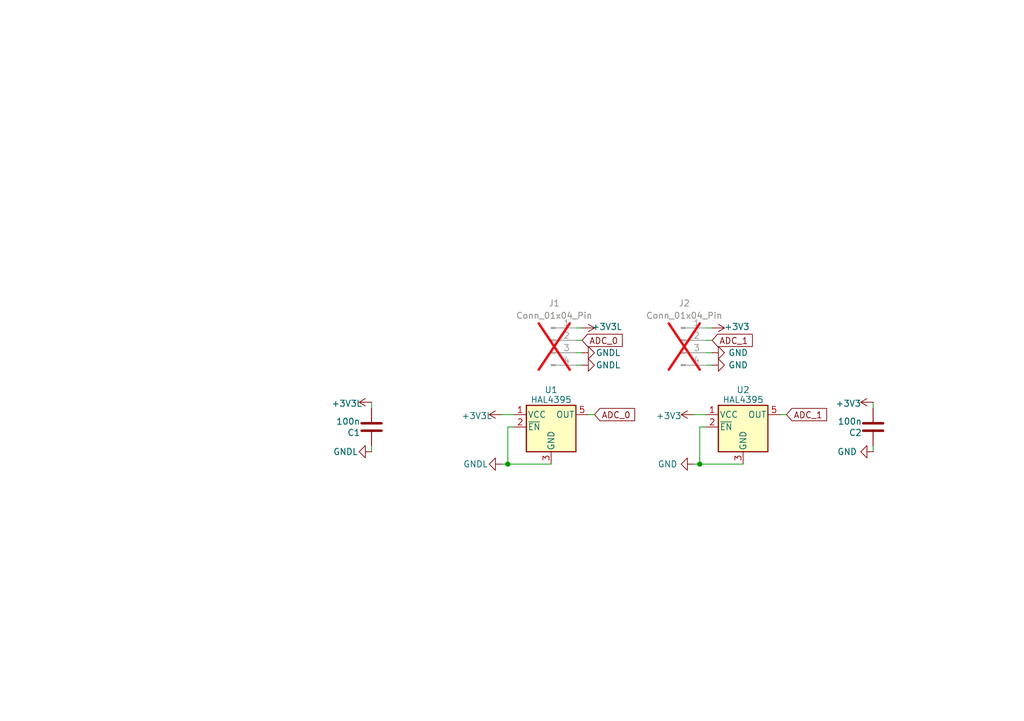
<source format=kicad_sch>
(kicad_sch (version 20250114) (generator "eeschema") (generator_version "9.0")
  (paper "A5")
  (title_block (title "GCU Hall Trigger") (date "2025-05-17") (company "Hand Held Legend, LLC"))
  (lib_symbols
    (symbol "Connector:Conn_01x04_Pin" (pin_names (offset 1.016) (hide yes))
      (property "Reference" "J" (at 0 5.08 0))
      (property "Value" "Conn_01x04_Pin" (at 0 -7.62 0))
      (symbol "Conn_01x04_Pin_1_1"
        (rectangle (start 0.8636 2.667) (end 0 2.413) (stroke (width 0.1524)) (fill (type outline)))
        (rectangle (start 0.8636 0.127) (end 0 -0.127) (stroke (width 0.1524)) (fill (type outline)))
        (rectangle (start 0.8636 -2.413) (end 0 -2.667) (stroke (width 0.1524)) (fill (type outline)))
        (rectangle (start 0.8636 -4.953) (end 0 -5.207) (stroke (width 0.1524)) (fill (type outline)))
        (polyline (pts (xy 1.27 2.54) (xy 0.8636 2.54)) (stroke (width 0.1524)))
        (polyline (pts (xy 1.27 0) (xy 0.8636 0)) (stroke (width 0.1524)))
        (polyline (pts (xy 1.27 -2.54) (xy 0.8636 -2.54)) (stroke (width 0.1524)))
        (polyline (pts (xy 1.27 -5.08) (xy 0.8636 -5.08)) (stroke (width 0.1524)))
        (pin passive line (at 5.08 2.54 180) (length 3.81) (name "Pin_1") (number "1"))
        (pin passive line (at 5.08 0 180) (length 3.81) (name "Pin_2") (number "2"))
        (pin passive line (at 5.08 -2.54 180) (length 3.81) (name "Pin_3") (number "3"))
        (pin passive line (at 5.08 -5.08 180) (length 3.81) (name "Pin_4") (number "4"))
      )
    )
    (symbol "Device:C" (pin_numbers (hide yes)) (pin_names (offset 0.254))
      (property "Reference" "C" (at 0.635 2.54 0))
      (property "Value" "C" (at 0.635 -2.54 0))
      (symbol "C_0_1"
        (polyline (pts (xy -2.032 0.762) (xy 2.032 0.762)) (stroke (width 0.508)))
        (polyline (pts (xy -2.032 -0.762) (xy 2.032 -0.762)) (stroke (width 0.508)))
      )
      (symbol "C_1_1"
        (pin passive line (at 0 3.81 270) (length 2.794) (name "~") (number "1"))
        (pin passive line (at 0 -3.81 90) (length 2.794) (name "~") (number "2"))
      )
    )
    (symbol "Regulator_Linear:TLV70012_SOT23-5" (pin_names (offset 0.254))
      (property "Reference" "U1" (at 0 7.62 0))
      (property "Value" "HAL4395" (at 0 5.588 0))
      (symbol "TLV70012_SOT23-5_0_1"
        (rectangle (start -5.08 4.445) (end 5.08 -5.08) (stroke (width 0.254)) (fill (type background)))
      )
      (symbol "TLV70012_SOT23-5_1_1"
        (pin power_in line (at -7.62 2.54 0) (length 2.54) (name "VCC") (number "1"))
        (pin input line (at -7.62 0 0) (length 2.54) (name "~{EN}") (number "2"))
        (pin power_in line (at 0 -7.62 90) (length 2.54) (name "GND") (number "3"))
        (pin no_connect line (at 5.08 0 180) (length 2.54) (hide yes) (name "NC") (number "4"))
        (pin output line (at 7.62 2.54 180) (length 2.54) (name "OUT") (number "5"))
      )
    )
    (symbol "power:+3V3" (power) (pin_numbers (hide yes)) (pin_names (offset 0) (hide yes))
      (property "Value" "+3V3" (at 0 3.556 0))
      (symbol "+3V3_0_1"
        (polyline (pts (xy -0.762 1.27) (xy 0 2.54)))
        (polyline (pts (xy 0 2.54) (xy 0.762 1.27)))
        (polyline (pts (xy 0 0) (xy 0 2.54)))
      )
      (symbol "+3V3_1_1"
        (pin power_in line (at 0 0 90) (length 0) (name "~") (number "1"))
      )
    )
    (symbol "power:GND" (power) (pin_numbers (hide yes)) (pin_names (offset 0) (hide yes))
      (property "Value" "GND" (at 0 -3.81 0))
      (symbol "GND_0_1"
        (polyline (pts (xy 0 0) (xy 0 -1.27) (xy 1.27 -1.27) (xy 0 -2.54) (xy -1.27 -1.27) (xy 0 -1.27)))
      )
      (symbol "GND_1_1"
        (pin power_in line (at 0 0 270) (length 0) (name "~") (number "1"))
      )
    )
  )
  (junction (at 104.14 95.25))
  (junction (at 143.51 95.25))
  (wire (pts (xy 119.38 72.39) (xy 118.11 72.39)))
  (wire (pts (xy 142.24 85.09) (xy 144.78 85.09)))
  (wire (pts (xy 143.51 87.63) (xy 143.51 95.25)))
  (wire (pts (xy 146.05 72.39) (xy 144.78 72.39)))
  (wire (pts (xy 102.87 95.25) (xy 104.14 95.25)))
  (wire (pts (xy 146.05 69.85) (xy 144.78 69.85)))
  (wire (pts (xy 104.14 95.25) (xy 113.03 95.25)))
  (wire (pts (xy 121.92 85.09) (xy 120.65 85.09)))
  (wire (pts (xy 146.05 74.93) (xy 144.78 74.93)))
  (wire (pts (xy 104.14 87.63) (xy 104.14 95.25)))
  (wire (pts (xy 104.14 87.63) (xy 105.41 87.63)))
  (wire (pts (xy 146.05 67.31) (xy 144.78 67.31)))
  (wire (pts (xy 102.87 85.09) (xy 105.41 85.09)))
  (wire (pts (xy 119.38 74.93) (xy 118.11 74.93)))
  (wire (pts (xy 161.29 85.09) (xy 160.02 85.09)))
  (wire (pts (xy 119.38 69.85) (xy 118.11 69.85)))
  (wire (pts (xy 179.07 82.55) (xy 179.07 83.82)))
  (wire (pts (xy 142.24 95.25) (xy 143.51 95.25)))
  (wire (pts (xy 119.38 67.31) (xy 118.11 67.31)))
  (wire (pts (xy 76.2 92.71) (xy 76.2 91.44)))
  (wire (pts (xy 179.07 92.71) (xy 179.07 91.44)))
  (wire (pts (xy 143.51 87.63) (xy 144.78 87.63)))
  (wire (pts (xy 143.51 95.25) (xy 152.4 95.25)))
  (wire (pts (xy 76.2 82.55) (xy 76.2 83.82)))
  (global_label "ADC_1" (shape input) (at 161.29 85.09 0) (property "Intersheetrefs" "${INTERSHEET_REFS}" (effects (hide yes))))
  (global_label "ADC_0" (shape input) (at 119.38 69.85 0) (property "Intersheetrefs" "${INTERSHEET_REFS}" (effects (hide yes))))
  (global_label "ADC_0" (shape input) (at 121.92 85.09 0) (property "Intersheetrefs" "${INTERSHEET_REFS}" (effects (hide yes))))
  (global_label "ADC_1" (shape input) (at 146.05 69.85 0) (property "Intersheetrefs" "${INTERSHEET_REFS}" (effects (hide yes))))
  (symbol (lib_id "power:GND") (at 179.07 92.71 270) (unit 1)
    (property "Reference" "#PWR05" (effects (hide yes)))
    (property "Value" "GND" (at 173.736 92.71 90))
    (property "Description" "Power symbol creates a global label with name \"GND\" , ground" (effects (hide yes)))
  )
  (symbol (lib_id "power:GND") (at 119.38 72.39 90) (unit 1)
    (property "Reference" "#PWR011" (effects (hide yes)))
    (property "Value" "GNDL" (at 124.714 72.39 90))
    (property "Description" "Power symbol creates a global label with name \"GND\" , ground" (effects (hide yes)))
  )
  (symbol (lib_id "power:GND") (at 142.24 95.25 270) (unit 1)
    (property "Reference" "#PWR08" (effects (hide yes)))
    (property "Value" "GND" (at 136.906 95.25 90))
    (property "Description" "Power symbol creates a global label with name \"GND\" , ground" (effects (hide yes)))
  )
  (symbol (lib_id "Device:C") (at 76.2 87.63 180) (unit 1)
    (property "Reference" "C1" (at 73.914 88.7984 0) (effects (justify left)))
    (property "Value" "100n" (at 73.914 86.487 0) (effects (justify left)))
    (property "Footprint" "Capacitor_SMD:C_0201_0603Metric" (effects (hide yes)))
    (property "LCSC" "C76934" (effects (hide yes)))
    (property "MPN" "GRM033R61A104KE15D" (effects (hide yes)))
    (property "Manufacturer" "muRata" (effects (hide yes)))
  )
  (symbol (lib_id "Regulator_Linear:TLV70012_SOT23-5") (at 113.03 87.63 0) (unit 1)
    (property "Reference" "U1" (at 113.03 80.01 0))
    (property "Value" "HAL4395" (at 113.03 82.042 0))
    (property "Footprint" "hhl:SOT-23-5L" (effects (hide yes)))
    (property "Datasheet" "https://www.lcsc.com/datasheet/C49165022.pdf" (effects (hide yes)))
    (property "Description" "SOT-23-5L Linear, Compass (ICs) ROHS" (effects (hide yes)))
    (property "LCSC" "C49165022" (effects (hide yes)))
    (property "MPN" "HAL4395SO5" (effects (hide yes)))
    (property "Manufacturer" "Hallwee" (effects (hide yes)))
  )
  (symbol (lib_id "power:+3V3") (at 76.2 82.55 90) (unit 1)
    (property "Reference" "#PWR01" (effects (hide yes)))
    (property "Value" "+3V3L" (at 71.12 82.804 90))
    (property "Description" "Power symbol creates a global label with name \"+3V3\"" (effects (hide yes)))
  )
  (symbol (lib_id "power:GND") (at 76.2 92.71 270) (unit 1)
    (property "Reference" "#PWR02" (effects (hide yes)))
    (property "Value" "GNDL" (at 70.866 92.71 90))
    (property "Description" "Power symbol creates a global label with name \"GND\" , ground" (effects (hide yes)))
  )
  (symbol (lib_id "power:+3V3") (at 142.24 85.09 90) (unit 1)
    (property "Reference" "#PWR012" (effects (hide yes)))
    (property "Value" "+3V3" (at 137.16 85.344 90))
    (property "Description" "Power symbol creates a global label with name \"+3V3\"" (effects (hide yes)))
  )
  (symbol (lib_id "Regulator_Linear:TLV70012_SOT23-5") (at 152.4 87.63 0) (unit 1)
    (property "Reference" "U2" (at 152.4 80.01 0))
    (property "Value" "HAL4395" (at 152.4 82.042 0))
    (property "Footprint" "hhl:SOT-23-5L" (effects (hide yes)))
    (property "Datasheet" "https://www.lcsc.com/datasheet/C49165022.pdf" (effects (hide yes)))
    (property "Description" "SOT-23-5L Linear, Compass (ICs) ROHS" (effects (hide yes)))
    (property "LCSC" "C49165022" (effects (hide yes)))
    (property "MPN" "HAL4395SO5" (effects (hide yes)))
    (property "Manufacturer" "Hallwee" (effects (hide yes)))
  )
  (symbol (lib_id "Device:C") (at 179.07 87.63 180) (unit 1)
    (property "Reference" "C2" (at 176.784 88.7984 0) (effects (justify left)))
    (property "Value" "100n" (at 176.784 86.487 0) (effects (justify left)))
    (property "Footprint" "Capacitor_SMD:C_0201_0603Metric" (effects (hide yes)))
    (property "LCSC" "C76934" (effects (hide yes)))
    (property "MPN" "GRM033R61A104KE15D" (effects (hide yes)))
    (property "Manufacturer" "muRata" (effects (hide yes)))
  )
  (symbol (lib_id "Connector:Conn_01x04_Pin") (at 139.7 69.85 0) (unit 1) (in_bom no) (dnp yes)
    (property "Reference" "J2" (at 140.335 62.23 0))
    (property "Value" "Conn_01x04_Pin" (at 140.335 64.77 0))
    (property "Footprint" "hhl:505110-0492 Ribbon" (effects (hide yes)))
    (property "Description" "Generic connector, single row, 01x04, script generated" (effects (hide yes)))
  )
  (symbol (lib_id "power:GND") (at 146.05 74.93 90) (unit 1)
    (property "Reference" "#PWR09" (effects (hide yes)))
    (property "Value" "GND" (at 151.384 74.93 90))
    (property "Description" "Power symbol creates a global label with name \"GND\" , ground" (effects (hide yes)))
  )
  (symbol (lib_id "power:GND") (at 102.87 95.25 270) (unit 1)
    (property "Reference" "#PWR03" (effects (hide yes)))
    (property "Value" "GNDL" (at 97.536 95.25 90))
    (property "Description" "Power symbol creates a global label with name \"GND\" , ground" (effects (hide yes)))
  )
  (symbol (lib_id "power:+3V3") (at 146.05 67.31 270) (unit 1)
    (property "Reference" "#PWR07" (effects (hide yes)))
    (property "Value" "+3V3" (at 151.13 67.056 90))
    (property "Description" "Power symbol creates a global label with name \"+3V3\"" (effects (hide yes)))
  )
  (symbol (lib_id "power:+3V3") (at 102.87 85.09 90) (unit 1)
    (property "Reference" "#PWR010" (effects (hide yes)))
    (property "Value" "+3V3L" (at 97.79 85.344 90))
    (property "Description" "Power symbol creates a global label with name \"+3V3\"" (effects (hide yes)))
  )
  (symbol (lib_id "power:GND") (at 146.05 72.39 90) (unit 1)
    (property "Reference" "#PWR014" (effects (hide yes)))
    (property "Value" "GND" (at 151.384 72.39 90))
    (property "Description" "Power symbol creates a global label with name \"GND\" , ground" (effects (hide yes)))
  )
  (symbol (lib_id "power:+3V3") (at 179.07 82.55 90) (unit 1)
    (property "Reference" "#PWR04" (effects (hide yes)))
    (property "Value" "+3V3" (at 173.99 82.804 90))
    (property "Description" "Power symbol creates a global label with name \"+3V3\"" (effects (hide yes)))
  )
  (symbol (lib_id "power:+3V3") (at 119.38 67.31 270) (unit 1)
    (property "Reference" "#PWR06" (effects (hide yes)))
    (property "Value" "+3V3L" (at 124.46 67.056 90))
    (property "Description" "Power symbol creates a global label with name \"+3V3\"" (effects (hide yes)))
  )
  (symbol (lib_id "power:GND") (at 119.38 74.93 90) (unit 1)
    (property "Reference" "#PWR013" (effects (hide yes)))
    (property "Value" "GNDL" (at 124.714 74.93 90))
    (property "Description" "Power symbol creates a global label with name \"GND\" , ground" (effects (hide yes)))
  )
  (symbol (lib_id "Connector:Conn_01x04_Pin") (at 113.03 69.85 0) (unit 1) (in_bom no) (dnp yes)
    (property "Reference" "J1" (at 113.665 62.23 0))
    (property "Value" "Conn_01x04_Pin" (at 113.665 64.77 0))
    (property "Footprint" "hhl:505110-0492 Ribbon" (effects (hide yes)))
    (property "Description" "Generic connector, single row, 01x04, script generated" (effects (hide yes)))
  )
)
</source>
